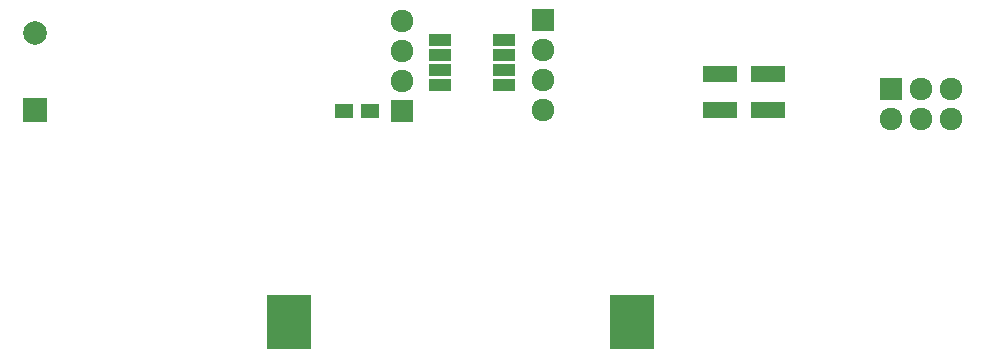
<source format=gbs>
G04 #@! TF.GenerationSoftware,KiCad,Pcbnew,5.0.0*
G04 #@! TF.CreationDate,2018-09-20T15:59:47+02:00*
G04 #@! TF.ProjectId,adri,616472692E6B696361645F7063620000,rev?*
G04 #@! TF.SameCoordinates,Original*
G04 #@! TF.FileFunction,Soldermask,Bot*
G04 #@! TF.FilePolarity,Negative*
%FSLAX46Y46*%
G04 Gerber Fmt 4.6, Leading zero omitted, Abs format (unit mm)*
G04 Created by KiCad (PCBNEW 5.0.0) date Thu Sep 20 15:59:47 2018*
%MOMM*%
%LPD*%
G01*
G04 APERTURE LIST*
%ADD10R,3.700000X4.600000*%
%ADD11C,2.000000*%
%ADD12R,2.000000X2.000000*%
%ADD13R,1.924000X1.924000*%
%ADD14C,1.924000*%
%ADD15R,1.600000X1.300000*%
%ADD16R,1.950000X1.000000*%
%ADD17R,2.900000X1.400000*%
G04 APERTURE END LIST*
D10*
G04 #@! TO.C,Batt1*
X124500000Y-135000000D03*
X153500000Y-135000000D03*
G04 #@! TD*
D11*
G04 #@! TO.C,BZ1*
X103000000Y-110500000D03*
D12*
X103000000Y-117000000D03*
G04 #@! TD*
D13*
G04 #@! TO.C,J1*
X175460000Y-115230000D03*
D14*
X175460000Y-117770000D03*
X178000000Y-115230000D03*
X178000000Y-117770000D03*
X180540000Y-115230000D03*
X180540000Y-117770000D03*
G04 #@! TD*
D15*
G04 #@! TO.C,R1*
X131300000Y-117080000D03*
X129100000Y-117080000D03*
G04 #@! TD*
D16*
G04 #@! TO.C,U1*
X137300000Y-111095000D03*
X137300000Y-112365000D03*
X137300000Y-113635000D03*
X137300000Y-114905000D03*
X142700000Y-114905000D03*
X142700000Y-113635000D03*
X142700000Y-112365000D03*
X142700000Y-111095000D03*
G04 #@! TD*
D13*
G04 #@! TO.C,J2*
X145960000Y-109420000D03*
D14*
X145960000Y-111960000D03*
X145960000Y-114500000D03*
X145960000Y-117040000D03*
G04 #@! TD*
G04 #@! TO.C,J3*
X134040000Y-109460000D03*
X134040000Y-112000000D03*
X134040000Y-114540000D03*
D13*
X134040000Y-117080000D03*
G04 #@! TD*
D17*
G04 #@! TO.C,SW4*
X165000000Y-114000000D03*
X161000000Y-114000000D03*
X165000000Y-117000000D03*
X161000000Y-117000000D03*
G04 #@! TD*
M02*

</source>
